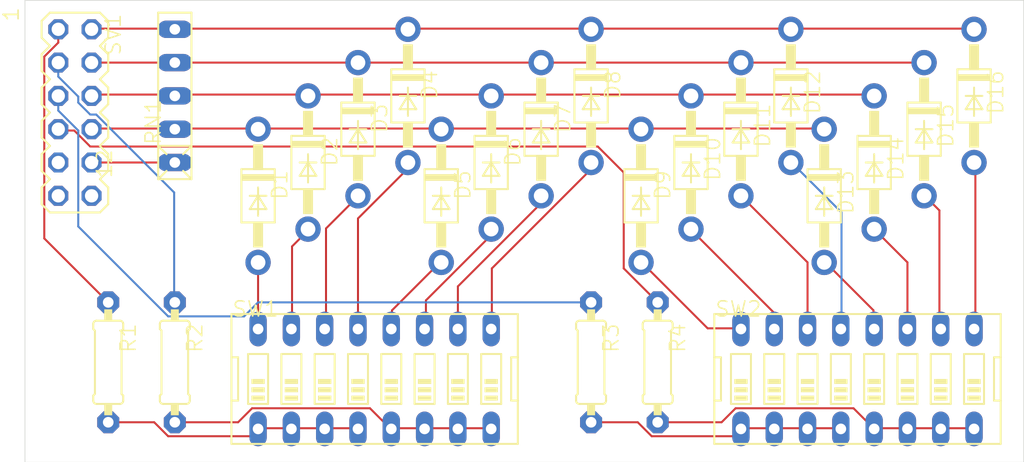
<source format=kicad_pcb>
(kicad_pcb (version 20221018) (generator pcbnew)
  (layers (0 "F.Cu" signal) (31 "B.Cu" signal) (34 "B.Paste" user) (35 "F.Paste" user) (36 "B.SilkS" user "B.Silkscreen") (37 "F.SilkS" user "F.Silkscreen") (38 "B.Mask" user) (39 "F.Mask" user) (44 "Edge.Cuts" user))
  (net 0 "")
  (net 1 "N$1")
  (net 2 "N$2")
  (net 3 "N$3")
  (net 4 "N$4")
  (net 5 "N$6")
  (net 6 "N$7")
  (net 7 "N$8")
  (net 8 "N$9")
  (net 9 "N$10")
  (net 10 "N$11")
  (net 11 "N$12")
  (net 12 "N$13")
  (net 13 "N$14")
  (net 14 "N$15")
  (net 15 "N$16")
  (net 16 "N$17")
  (net 17 "N$18")
  (net 18 "N$19")
  (net 19 "N$20")
  (net 20 "N$21")
  (net 21 "N$22")
  (net 22 "N$23")
  (net 23 "N$24")
  (net 24 "N$5")
  (net 25 "N$26")
  (net 26 "N$25")
  (net 27 "N$27")
  (net 28 "N$28")
  (net 29 "N$29")
  (footprint "0207_9" (layer "F.Cu") (at 153.5911 114.9986 -90)
    (fp_text reference "R3" (at -3.048 -1.524 90) (layer "F.SilkS") (effects (font (size 1.1557 1.1557) (thickness 0.1143)) (justify right)))
    (fp_text value "")
    (pad "1" thru_hole roundrect (at -4.572 0 270) (size 1.6764 1.6764) (drill 0.8128) (layers "*.Cu" "*.Mask") (chamfer_ratio 0.2928932188) (chamfer top_left top_right bottom_left bottom_right) (net 28 "N$28"))
    (pad "2" thru_hole roundrect (at 4.572 0 270) (size 1.6764 1.6764) (drill 0.8128) (layers "*.Cu" "*.Mask") (chamfer_ratio 0.2928932188) (chamfer top_left top_right bottom_left bottom_right) (net 3 "N$3"))
  )
  (footprint "DO41-10" (layer "F.Cu") (at 161.2111 99.7586 -90)
    (fp_text reference "D10" (at -2.032 -1.651 90) (layer "F.SilkS") (effects (font (size 1.1557 1.1557) (thickness 0.1143)) (justify right)))
    (fp_text value "1N4004")
    (pad "A" thru_hole circle (at 5.08 0 270) (size 1.9304 1.9304) (drill 1.1176) (layers "*.Cu" "*.Mask") (net 14 "N$15"))
    (pad "C" thru_hole circle (at -5.08 0 270) (size 1.9304 1.9304) (drill 1.1176) (layers "*.Cu" "*.Mask") (net 22 "N$23"))
  )
  (footprint "DO41-10" (layer "F.Cu") (at 149.7811 97.2186 -90)
    (fp_text reference "D7" (at -2.032 -1.651 90) (layer "F.SilkS") (effects (font (size 1.1557 1.1557) (thickness 0.1143)) (justify right)))
    (fp_text value "1N4004")
    (pad "A" thru_hole circle (at 5.08 0 270) (size 1.9304 1.9304) (drill 1.1176) (layers "*.Cu" "*.Mask") (net 11 "N$12"))
    (pad "C" thru_hole circle (at -5.08 0 270) (size 1.9304 1.9304) (drill 1.1176) (layers "*.Cu" "*.Mask") (net 23 "N$24"))
  )
  (footprint "DO41-10" (layer "F.Cu") (at 178.9911 97.2186 -90)
    (fp_text reference "D15" (at -2.032 -1.651 90) (layer "F.SilkS") (effects (font (size 1.1557 1.1557) (thickness 0.1143)) (justify right)))
    (fp_text value "1N4004")
    (pad "A" thru_hole circle (at 5.08 0 270) (size 1.9304 1.9304) (drill 1.1176) (layers "*.Cu" "*.Mask") (net 19 "N$20"))
    (pad "C" thru_hole circle (at -5.08 0 270) (size 1.9304 1.9304) (drill 1.1176) (layers "*.Cu" "*.Mask") (net 23 "N$24"))
  )
  (footprint "DO41-10" (layer "F.Cu") (at 171.3711 102.2986 -90)
    (fp_text reference "D13" (at -2.032 -1.651 90) (layer "F.SilkS") (effects (font (size 1.1557 1.1557) (thickness 0.1143)) (justify right)))
    (fp_text value "1N4004")
    (pad "A" thru_hole circle (at 5.08 0 270) (size 1.9304 1.9304) (drill 1.1176) (layers "*.Cu" "*.Mask") (net 17 "N$18"))
    (pad "C" thru_hole circle (at -5.08 0 270) (size 1.9304 1.9304) (drill 1.1176) (layers "*.Cu" "*.Mask") (net 21 "N$22"))
  )
  (footprint "DO41-10" (layer "F.Cu") (at 132.0011 99.7586 -90)
    (fp_text reference "D2" (at -2.032 -1.651 90) (layer "F.SilkS") (effects (font (size 1.1557 1.1557) (thickness 0.1143)) (justify right)))
    (fp_text value "1N4004")
    (pad "A" thru_hole circle (at 5.08 0 270) (size 1.9304 1.9304) (drill 1.1176) (layers "*.Cu" "*.Mask") (net 6 "N$7"))
    (pad "C" thru_hole circle (at -5.08 0 270) (size 1.9304 1.9304) (drill 1.1176) (layers "*.Cu" "*.Mask") (net 22 "N$23"))
  )
  (footprint "0207_9" (layer "F.Cu") (at 116.7611 114.9986 -90)
    (fp_text reference "R1" (at -3.048 -1.524 90) (layer "F.SilkS") (effects (font (size 1.1557 1.1557) (thickness 0.1143)) (justify right)))
    (fp_text value "")
    (pad "1" thru_hole roundrect (at -4.572 0 270) (size 1.6764 1.6764) (drill 0.8128) (layers "*.Cu" "*.Mask") (chamfer_ratio 0.2928932188) (chamfer top_left top_right bottom_left bottom_right) (net 26 "N$25"))
    (pad "2" thru_hole roundrect (at 4.572 0 270) (size 1.6764 1.6764) (drill 0.8128) (layers "*.Cu" "*.Mask") (chamfer_ratio 0.2928932188) (chamfer top_left top_right bottom_left bottom_right) (net 1 "N$1"))
  )
  (footprint "DO41-10" (layer "F.Cu") (at 145.9711 99.7586 -90)
    (fp_text reference "D6" (at -2.032 -1.651 90) (layer "F.SilkS") (effects (font (size 1.1557 1.1557) (thickness 0.1143)) (justify right)))
    (fp_text value "1N4004")
    (pad "A" thru_hole circle (at 5.08 0 270) (size 1.9304 1.9304) (drill 1.1176) (layers "*.Cu" "*.Mask") (net 10 "N$11"))
    (pad "C" thru_hole circle (at -5.08 0 270) (size 1.9304 1.9304) (drill 1.1176) (layers "*.Cu" "*.Mask") (net 22 "N$23"))
  )
  (footprint "RN-5" (layer "F.Cu") (at 121.8411 94.6786 90)
    (fp_text reference "RN1" (at -3.81 -1.651 90) (layer "F.SilkS") (effects (font (size 1.1557 1.1557) (thickness 0.1143)) (justify left)))
    (fp_text value "")
    (pad "1" thru_hole oval (at -5.08 0 180) (size 2.6416 1.3208) (drill 0.8128) (layers "*.Cu" "*.Mask") (net 25 "N$26"))
    (pad "2" thru_hole oval (at -2.54 0 180) (size 2.6416 1.3208) (drill 0.8128) (layers "*.Cu" "*.Mask") (net 21 "N$22"))
    (pad "3" thru_hole oval (at 0 0 180) (size 2.6416 1.3208) (drill 0.8128) (layers "*.Cu" "*.Mask") (net 22 "N$23"))
    (pad "4" thru_hole oval (at 2.54 0 180) (size 2.6416 1.3208) (drill 0.8128) (layers "*.Cu" "*.Mask") (net 23 "N$24"))
    (pad "5" thru_hole oval (at 5.08 0 180) (size 2.6416 1.3208) (drill 0.8128) (layers "*.Cu" "*.Mask") (net 24 "N$5"))
  )
  (footprint "DO41-10" (layer "F.Cu") (at 157.4011 102.2986 -90)
    (fp_text reference "D9" (at -2.032 -1.651 90) (layer "F.SilkS") (effects (font (size 1.1557 1.1557) (thickness 0.1143)) (justify right)))
    (fp_text value "1N4004")
    (pad "A" thru_hole circle (at 5.08 0 270) (size 1.9304 1.9304) (drill 1.1176) (layers "*.Cu" "*.Mask") (net 13 "N$14"))
    (pad "C" thru_hole circle (at -5.08 0 270) (size 1.9304 1.9304) (drill 1.1176) (layers "*.Cu" "*.Mask") (net 21 "N$22"))
  )
  (footprint "DO41-10" (layer "F.Cu") (at 135.8111 97.2186 -90)
    (fp_text reference "D3" (at -2.032 -1.651 90) (layer "F.SilkS") (effects (font (size 1.1557 1.1557) (thickness 0.1143)) (justify right)))
    (fp_text value "1N4004")
    (pad "A" thru_hole circle (at 5.08 0 270) (size 1.9304 1.9304) (drill 1.1176) (layers "*.Cu" "*.Mask") (net 7 "N$8"))
    (pad "C" thru_hole circle (at -5.08 0 270) (size 1.9304 1.9304) (drill 1.1176) (layers "*.Cu" "*.Mask") (net 23 "N$24"))
  )
  (footprint "DO41-10" (layer "F.Cu") (at 175.1811 99.7586 -90)
    (fp_text reference "D14" (at -2.032 -1.651 90) (layer "F.SilkS") (effects (font (size 1.1557 1.1557) (thickness 0.1143)) (justify right)))
    (fp_text value "1N4004")
    (pad "A" thru_hole circle (at 5.08 0 270) (size 1.9304 1.9304) (drill 1.1176) (layers "*.Cu" "*.Mask") (net 18 "N$19"))
    (pad "C" thru_hole circle (at -5.08 0 270) (size 1.9304 1.9304) (drill 1.1176) (layers "*.Cu" "*.Mask") (net 22 "N$23"))
  )
  (footprint "EDG-08" (layer "F.Cu") (at 137.0811 116.2686)
    (fp_text reference "SW1" (at -10.922 -5.334) (layer "F.SilkS") (effects (font (size 1.1557 1.1557) (thickness 0.1143)) (justify left)))
    (fp_text value "")
    (pad "1" thru_hole oval (at -8.89 3.81 90) (size 2.6416 1.3208) (drill 0.8128) (layers "*.Cu" "*.Mask") (net 1 "N$1"))
    (pad "2" thru_hole oval (at -6.35 3.81 90) (size 2.6416 1.3208) (drill 0.8128) (layers "*.Cu" "*.Mask") (net 1 "N$1"))
    (pad "3" thru_hole oval (at -3.81 3.81 90) (size 2.6416 1.3208) (drill 0.8128) (layers "*.Cu" "*.Mask") (net 1 "N$1"))
    (pad "4" thru_hole oval (at -1.27 3.81 90) (size 2.6416 1.3208) (drill 0.8128) (layers "*.Cu" "*.Mask") (net 1 "N$1"))
    (pad "5" thru_hole oval (at 1.27 3.81 90) (size 2.6416 1.3208) (drill 0.8128) (layers "*.Cu" "*.Mask") (net 2 "N$2"))
    (pad "6" thru_hole oval (at 3.81 3.81 90) (size 2.6416 1.3208) (drill 0.8128) (layers "*.Cu" "*.Mask") (net 2 "N$2"))
    (pad "7" thru_hole oval (at 6.35 3.81 90) (size 2.6416 1.3208) (drill 0.8128) (layers "*.Cu" "*.Mask") (net 2 "N$2"))
    (pad "8" thru_hole oval (at 8.89 3.81 90) (size 2.6416 1.3208) (drill 0.8128) (layers "*.Cu" "*.Mask") (net 2 "N$2"))
    (pad "9" thru_hole oval (at 8.89 -3.81 90) (size 2.6416 1.3208) (drill 0.8128) (layers "*.Cu" "*.Mask") (net 12 "N$13"))
    (pad "10" thru_hole oval (at 6.35 -3.81 90) (size 2.6416 1.3208) (drill 0.8128) (layers "*.Cu" "*.Mask") (net 11 "N$12"))
    (pad "11" thru_hole oval (at 3.81 -3.81 90) (size 2.6416 1.3208) (drill 0.8128) (layers "*.Cu" "*.Mask") (net 10 "N$11"))
    (pad "12" thru_hole oval (at 1.27 -3.81 90) (size 2.6416 1.3208) (drill 0.8128) (layers "*.Cu" "*.Mask") (net 9 "N$10"))
    (pad "13" thru_hole oval (at -1.27 -3.81 90) (size 2.6416 1.3208) (drill 0.8128) (layers "*.Cu" "*.Mask") (net 8 "N$9"))
    (pad "14" thru_hole oval (at -3.81 -3.81 90) (size 2.6416 1.3208) (drill 0.8128) (layers "*.Cu" "*.Mask") (net 7 "N$8"))
    (pad "15" thru_hole oval (at -6.35 -3.81 90) (size 2.6416 1.3208) (drill 0.8128) (layers "*.Cu" "*.Mask") (net 6 "N$7"))
    (pad "16" thru_hole oval (at -8.89 -3.81 90) (size 2.6416 1.3208) (drill 0.8128) (layers "*.Cu" "*.Mask") (net 5 "N$6"))
  )
  (footprint "DO41-10" (layer "F.Cu") (at 168.8311 94.6786 -90)
    (fp_text reference "D12" (at -2.032 -1.651 90) (layer "F.SilkS") (effects (font (size 1.1557 1.1557) (thickness 0.1143)) (justify right)))
    (fp_text value "1N4004")
    (pad "A" thru_hole circle (at 5.08 0 270) (size 1.9304 1.9304) (drill 1.1176) (layers "*.Cu" "*.Mask") (net 16 "N$17"))
    (pad "C" thru_hole circle (at -5.08 0 270) (size 1.9304 1.9304) (drill 1.1176) (layers "*.Cu" "*.Mask") (net 24 "N$5"))
  )
  (footprint "0207_9" (layer "F.Cu") (at 158.6711 114.9986 -90)
    (fp_text reference "R4" (at -3.048 -1.524 90) (layer "F.SilkS") (effects (font (size 1.1557 1.1557) (thickness 0.1143)) (justify right)))
    (fp_text value "")
    (pad "1" thru_hole roundrect (at -4.572 0 270) (size 1.6764 1.6764) (drill 0.8128) (layers "*.Cu" "*.Mask") (chamfer_ratio 0.2928932188) (chamfer top_left top_right bottom_left bottom_right) (net 29 "N$29"))
    (pad "2" thru_hole roundrect (at 4.572 0 270) (size 1.6764 1.6764) (drill 0.8128) (layers "*.Cu" "*.Mask") (chamfer_ratio 0.2928932188) (chamfer top_left top_right bottom_left bottom_right) (net 4 "N$4"))
  )
  (footprint "MA06-2" (layer "F.Cu") (at 114.2211 95.9486 -90)
    (fp_text reference "SV1" (at -7.62 -2.921 90) (layer "F.SilkS") (effects (font (size 1.1557 1.1557) (thickness 0.1143)) (justify right)))
    (fp_text value "")
    (fp_text user "1" (at -6.858 4.191 -90) (layer "F.SilkS") (effects (font (size 1.143 1.143) (thickness 0.127)) (justify left bottom)))
    (fp_text user "12" (at 5.08 -2.921 -90) (layer "F.SilkS") (effects (font (size 1.143 1.143) (thickness 0.127)) (justify left bottom)))
    (pad "1" thru_hole roundrect (at -6.35 1.27 270) (size 1.524 1.524) (drill 1.016) (layers "*.Cu" "*.Mask") (chamfer_ratio 0.2928932188) (chamfer top_left top_right bottom_left bottom_right) (net 26 "N$25"))
    (pad "2" thru_hole roundrect (at -6.35 -1.27 270) (size 1.524 1.524) (drill 1.016) (layers "*.Cu" "*.Mask") (chamfer_ratio 0.2928932188) (chamfer top_left top_right bottom_left bottom_right) (net 24 "N$5"))
    (pad "3" thru_hole roundrect (at -3.81 1.27 270) (size 1.524 1.524) (drill 1.016) (layers "*.Cu" "*.Mask") (chamfer_ratio 0.2928932188) (chamfer top_left top_right bottom_left bottom_right) (net 27 "N$27"))
    (pad "4" thru_hole roundrect (at -3.81 -1.27 270) (size 1.524 1.524) (drill 1.016) (layers "*.Cu" "*.Mask") (chamfer_ratio 0.2928932188) (chamfer top_left top_right bottom_left bottom_right) (net 23 "N$24"))
    (pad "5" thru_hole roundrect (at -1.27 1.27 270) (size 1.524 1.524) (drill 1.016) (layers "*.Cu" "*.Mask") (chamfer_ratio 0.2928932188) (chamfer top_left top_right bottom_left bottom_right) (net 28 "N$28"))
    (pad "6" thru_hole roundrect (at -1.27 -1.27 270) (size 1.524 1.524) (drill 1.016) (layers "*.Cu" "*.Mask") (chamfer_ratio 0.2928932188) (chamfer top_left top_right bottom_left bottom_right) (net 22 "N$23"))
    (pad "7" thru_hole roundrect (at 1.27 1.27 270) (size 1.524 1.524) (drill 1.016) (layers "*.Cu" "*.Mask") (chamfer_ratio 0.2928932188) (chamfer top_left top_right bottom_left bottom_right) (net 29 "N$29"))
    (pad "8" thru_hole roundrect (at 1.27 -1.27 270) (size 1.524 1.524) (drill 1.016) (layers "*.Cu" "*.Mask") (chamfer_ratio 0.2928932188) (chamfer top_left top_right bottom_left bottom_right) (net 21 "N$22"))
    (pad "9" thru_hole roundrect (at 3.81 1.27 270) (size 1.524 1.524) (drill 1.016) (layers "*.Cu" "*.Mask") (chamfer_ratio 0.2928932188) (chamfer top_left top_right bottom_left bottom_right))
    (pad "10" thru_hole roundrect (at 3.81 -1.27 270) (size 1.524 1.524) (drill 1.016) (layers "*.Cu" "*.Mask") (chamfer_ratio 0.2928932188) (chamfer top_left top_right bottom_left bottom_right) (net 25 "N$26"))
    (pad "11" thru_hole roundrect (at 6.35 1.27 270) (size 1.524 1.524) (drill 1.016) (layers "*.Cu" "*.Mask") (chamfer_ratio 0.2928932188) (chamfer top_left top_right bottom_left bottom_right))
    (pad "12" thru_hole roundrect (at 6.35 -1.27 270) (size 1.524 1.524) (drill 1.016) (layers "*.Cu" "*.Mask") (chamfer_ratio 0.2928932188) (chamfer top_left top_right bottom_left bottom_right))
  )
  (footprint "DO41-10" (layer "F.Cu") (at 128.1911 102.2986 -90)
    (fp_text reference "D1" (at -2.032 -1.651 90) (layer "F.SilkS") (effects (font (size 1.1557 1.1557) (thickness 0.1143)) (justify right)))
    (fp_text value "1N4004")
    (pad "A" thru_hole circle (at 5.08 0 270) (size 1.9304 1.9304) (drill 1.1176) (layers "*.Cu" "*.Mask") (net 5 "N$6"))
    (pad "C" thru_hole circle (at -5.08 0 270) (size 1.9304 1.9304) (drill 1.1176) (layers "*.Cu" "*.Mask") (net 21 "N$22"))
  )
  (footprint "EDG-08" (layer "F.Cu") (at 173.9111 116.2686)
    (fp_text reference "SW2" (at -10.922 -5.334) (layer "F.SilkS") (effects (font (size 1.1557 1.1557) (thickness 0.1143)) (justify left)))
    (fp_text value "")
    (pad "1" thru_hole oval (at -8.89 3.81 90) (size 2.6416 1.3208) (drill 0.8128) (layers "*.Cu" "*.Mask") (net 3 "N$3"))
    (pad "2" thru_hole oval (at -6.35 3.81 90) (size 2.6416 1.3208) (drill 0.8128) (layers "*.Cu" "*.Mask") (net 3 "N$3"))
    (pad "3" thru_hole oval (at -3.81 3.81 90) (size 2.6416 1.3208) (drill 0.8128) (layers "*.Cu" "*.Mask") (net 3 "N$3"))
    (pad "4" thru_hole oval (at -1.27 3.81 90) (size 2.6416 1.3208) (drill 0.8128) (layers "*.Cu" "*.Mask") (net 3 "N$3"))
    (pad "5" thru_hole oval (at 1.27 3.81 90) (size 2.6416 1.3208) (drill 0.8128) (layers "*.Cu" "*.Mask") (net 4 "N$4"))
    (pad "6" thru_hole oval (at 3.81 3.81 90) (size 2.6416 1.3208) (drill 0.8128) (layers "*.Cu" "*.Mask") (net 4 "N$4"))
    (pad "7" thru_hole oval (at 6.35 3.81 90) (size 2.6416 1.3208) (drill 0.8128) (layers "*.Cu" "*.Mask") (net 4 "N$4"))
    (pad "8" thru_hole oval (at 8.89 3.81 90) (size 2.6416 1.3208) (drill 0.8128) (layers "*.Cu" "*.Mask") (net 4 "N$4"))
    (pad "9" thru_hole oval (at 8.89 -3.81 90) (size 2.6416 1.3208) (drill 0.8128) (layers "*.Cu" "*.Mask") (net 20 "N$21"))
    (pad "10" thru_hole oval (at 6.35 -3.81 90) (size 2.6416 1.3208) (drill 0.8128) (layers "*.Cu" "*.Mask") (net 19 "N$20"))
    (pad "11" thru_hole oval (at 3.81 -3.81 90) (size 2.6416 1.3208) (drill 0.8128) (layers "*.Cu" "*.Mask") (net 18 "N$19"))
    (pad "12" thru_hole oval (at 1.27 -3.81 90) (size 2.6416 1.3208) (drill 0.8128) (layers "*.Cu" "*.Mask") (net 17 "N$18"))
    (pad "13" thru_hole oval (at -1.27 -3.81 90) (size 2.6416 1.3208) (drill 0.8128) (layers "*.Cu" "*.Mask") (net 16 "N$17"))
    (pad "14" thru_hole oval (at -3.81 -3.81 90) (size 2.6416 1.3208) (drill 0.8128) (layers "*.Cu" "*.Mask") (net 15 "N$16"))
    (pad "15" thru_hole oval (at -6.35 -3.81 90) (size 2.6416 1.3208) (drill 0.8128) (layers "*.Cu" "*.Mask") (net 14 "N$15"))
    (pad "16" thru_hole oval (at -8.89 -3.81 90) (size 2.6416 1.3208) (drill 0.8128) (layers "*.Cu" "*.Mask") (net 13 "N$14"))
  )
  (footprint "0207_9" (layer "F.Cu") (at 121.8411 114.9986 -90)
    (fp_text reference "R2" (at -3.048 -1.524 90) (layer "F.SilkS") (effects (font (size 1.1557 1.1557) (thickness 0.1143)) (justify right)))
    (fp_text value "")
    (pad "1" thru_hole roundrect (at -4.572 0 270) (size 1.6764 1.6764) (drill 0.8128) (layers "*.Cu" "*.Mask") (chamfer_ratio 0.2928932188) (chamfer top_left top_right bottom_left bottom_right) (net 27 "N$27"))
    (pad "2" thru_hole roundrect (at 4.572 0 270) (size 1.6764 1.6764) (drill 0.8128) (layers "*.Cu" "*.Mask") (chamfer_ratio 0.2928932188) (chamfer top_left top_right bottom_left bottom_right) (net 2 "N$2"))
  )
  (footprint "DO41-10" (layer "F.Cu") (at 182.8011 94.6786 -90)
    (fp_text reference "D16" (at -2.032 -1.651 90) (layer "F.SilkS") (effects (font (size 1.1557 1.1557) (thickness 0.1143)) (justify right)))
    (fp_text value "1N4004")
    (pad "A" thru_hole circle (at 5.08 0 270) (size 1.9304 1.9304) (drill 1.1176) (layers "*.Cu" "*.Mask") (net 20 "N$21"))
    (pad "C" thru_hole circle (at -5.08 0 270) (size 1.9304 1.9304) (drill 1.1176) (layers "*.Cu" "*.Mask") (net 24 "N$5"))
  )
  (footprint "DO41-10" (layer "F.Cu") (at 142.1611 102.2986 -90)
    (fp_text reference "D5" (at -2.032 -1.651 90) (layer "F.SilkS") (effects (font (size 1.1557 1.1557) (thickness 0.1143)) (justify right)))
    (fp_text value "1N4004")
    (pad "A" thru_hole circle (at 5.08 0 270) (size 1.9304 1.9304) (drill 1.1176) (layers "*.Cu" "*.Mask") (net 9 "N$10"))
    (pad "C" thru_hole circle (at -5.08 0 270) (size 1.9304 1.9304) (drill 1.1176) (layers "*.Cu" "*.Mask") (net 21 "N$22"))
  )
  (footprint "DO41-10" (layer "F.Cu") (at 165.0211 97.2186 -90)
    (fp_text reference "D11" (at -2.032 -1.651 90) (layer "F.SilkS") (effects (font (size 1.1557 1.1557) (thickness 0.1143)) (justify right)))
    (fp_text value "1N4004")
    (pad "A" thru_hole circle (at 5.08 0 270) (size 1.9304 1.9304) (drill 1.1176) (layers "*.Cu" "*.Mask") (net 15 "N$16"))
    (pad "C" thru_hole circle (at -5.08 0 270) (size 1.9304 1.9304) (drill 1.1176) (layers "*.Cu" "*.Mask") (net 23 "N$24"))
  )
  (footprint "DO41-10" (layer "F.Cu") (at 153.5911 94.6786 -90)
    (fp_text reference "D8" (at -2.032 -1.651 90) (layer "F.SilkS") (effects (font (size 1.1557 1.1557) (thickness 0.1143)) (justify right)))
    (fp_text value "1N4004")
    (pad "A" thru_hole circle (at 5.08 0 270) (size 1.9304 1.9304) (drill 1.1176) (layers "*.Cu" "*.Mask") (net 12 "N$13"))
    (pad "C" thru_hole circle (at -5.08 0 270) (size 1.9304 1.9304) (drill 1.1176) (layers "*.Cu" "*.Mask") (net 24 "N$5"))
  )
  (footprint "DO41-10" (layer "F.Cu") (at 139.6211 94.6786 -90)
    (fp_text reference "D4" (at -2.032 -1.651 90) (layer "F.SilkS") (effects (font (size 1.1557 1.1557) (thickness 0.1143)) (justify right)))
    (fp_text value "1N4004")
    (pad "A" thru_hole circle (at 5.08 0 270) (size 1.9304 1.9304) (drill 1.1176) (layers "*.Cu" "*.Mask") (net 8 "N$9"))
    (pad "C" thru_hole circle (at -5.08 0 270) (size 1.9304 1.9304) (drill 1.1176) (layers "*.Cu" "*.Mask") (net 24 "N$5"))
  )
  (gr_line (start 186.5911 87.3886) (end 110.4111 87.3886) (stroke (width 0.05)) (layer "Edge.Cuts"))
  (gr_line (start 110.4111 87.3886) (end 110.4111 122.6186) (stroke (width 0.05)) (layer "Edge.Cuts"))
  (gr_line (start 186.5911 122.6186) (end 186.5911 87.3886) (stroke (width 0.05)) (layer "Edge.Cuts"))
  (gr_line (start 110.4111 122.6186) (end 186.5911 122.6186) (stroke (width 0.05)) (layer "Edge.Cuts"))
  (segment (start 128.1911 120.1802) (end 127.7339 120.6374) (width 0.1524) (layer "F.Cu") (net 1))
  (segment (start 135.8111 120.0278) (end 133.3727 120.0278) (width 0.1524) (layer "F.Cu") (net 1))
  (segment (start 135.8111 120.0278) (end 135.8111 120.0786) (width 0.1524) (layer "F.Cu") (net 1))
  (segment (start 121.3331 120.6374) (end 120.2663 119.5706) (width 0.1524) (layer "F.Cu") (net 1))
  (segment (start 130.7819 120.0278) (end 130.7311 120.0786) (width 0.1524) (layer "F.Cu") (net 1))
  (segment (start 120.2663 119.5706) (end 116.7611 119.5706) (width 0.1524) (layer "F.Cu") (net 1))
  (segment (start 130.6295 120.0278) (end 130.7311 120.0786) (width 0.1524) (layer "F.Cu") (net 1))
  (segment (start 128.1911 120.0278) (end 128.1911 120.0786) (width 0.1524) (layer "F.Cu") (net 1))
  (segment (start 133.3727 120.0278) (end 133.2711 120.0786) (width 0.1524) (layer "F.Cu") (net 1))
  (segment (start 128.1911 120.1802) (end 128.1911 120.0786) (width 0.1524) (layer "F.Cu") (net 1))
  (segment (start 130.7819 120.0278) (end 133.2203 120.0278) (width 0.1524) (layer "F.Cu") (net 1))
  (segment (start 127.7339 120.6374) (end 121.3331 120.6374) (width 0.1524) (layer "F.Cu") (net 1))
  (segment (start 133.2203 120.0278) (end 133.2711 120.0786) (width 0.1524) (layer "F.Cu") (net 1))
  (segment (start 130.6295 120.0278) (end 128.1911 120.0278) (width 0.1524) (layer "F.Cu") (net 1))
  (segment (start 136.7255 118.5038) (end 127.7339 118.5038) (width 0.1524) (layer "F.Cu") (net 2))
  (segment (start 143.4311 120.0278) (end 145.8695 120.0278) (width 0.1524) (layer "F.Cu") (net 2))
  (segment (start 140.8403 120.0278) (end 138.4019 120.0278) (width 0.1524) (layer "F.Cu") (net 2))
  (segment (start 143.4311 120.0278) (end 143.4311 120.0786) (width 0.1524) (layer "F.Cu") (net 2))
  (segment (start 140.9927 120.0278) (end 140.8911 120.0786) (width 0.1524) (layer "F.Cu") (net 2))
  (segment (start 145.8695 120.0278) (end 145.9711 120.0786) (width 0.1524) (layer "F.Cu") (net 2))
  (segment (start 138.2495 120.0278) (end 138.3511 120.0786) (width 0.1524) (layer "F.Cu") (net 2))
  (segment (start 126.6671 119.5706) (end 121.8411 119.5706) (width 0.1524) (layer "F.Cu") (net 2))
  (segment (start 140.8403 120.0278) (end 140.8911 120.0786) (width 0.1524) (layer "F.Cu") (net 2))
  (segment (start 138.4019 120.0278) (end 138.3511 120.0786) (width 0.1524) (layer "F.Cu") (net 2))
  (segment (start 140.9927 120.0278) (end 143.4311 120.0278) (width 0.1524) (layer "F.Cu") (net 2))
  (segment (start 138.2495 120.0278) (end 136.7255 118.5038) (width 0.1524) (layer "F.Cu") (net 2))
  (segment (start 127.7339 118.5038) (end 126.6671 119.5706) (width 0.1524) (layer "F.Cu") (net 2))
  (segment (start 158.2139 120.6374) (end 157.1471 119.5706) (width 0.1524) (layer "F.Cu") (net 3))
  (segment (start 170.1011 120.0278) (end 172.5395 120.0278) (width 0.1524) (layer "F.Cu") (net 3))
  (segment (start 167.6627 120.0278) (end 167.5611 120.0786) (width 0.1524) (layer "F.Cu") (net 3))
  (segment (start 167.6627 120.0278) (end 170.1011 120.0278) (width 0.1524) (layer "F.Cu") (net 3))
  (segment (start 167.5103 120.0278) (end 165.0719 120.0278) (width 0.1524) (layer "F.Cu") (net 3))
  (segment (start 157.1471 119.5706) (end 153.5911 119.5706) (width 0.1524) (layer "F.Cu") (net 3))
  (segment (start 165.0719 120.0278) (end 165.0211 120.0786) (width 0.1524) (layer "F.Cu") (net 3))
  (segment (start 172.5395 120.0278) (end 172.6411 120.0786) (width 0.1524) (layer "F.Cu") (net 3))
  (segment (start 167.5103 120.0278) (end 167.5611 120.0786) (width 0.1524) (layer "F.Cu") (net 3))
  (segment (start 165.0211 120.0786) (end 164.4623 120.6374) (width 0.1524) (layer "F.Cu") (net 3))
  (segment (start 164.4623 120.6374) (end 158.2139 120.6374) (width 0.1524) (layer "F.Cu") (net 3))
  (segment (start 170.1011 120.0278) (end 170.1011 120.0786) (width 0.1524) (layer "F.Cu") (net 3))
  (segment (start 175.2827 120.0278) (end 175.1811 120.0786) (width 0.1524) (layer "F.Cu") (net 4))
  (segment (start 177.7211 120.0278) (end 175.2827 120.0278) (width 0.1524) (layer "F.Cu") (net 4))
  (segment (start 180.1595 120.0278) (end 180.2611 120.0786) (width 0.1524) (layer "F.Cu") (net 4))
  (segment (start 164.6147 118.5038) (end 163.5479 119.5706) (width 0.1524) (layer "F.Cu") (net 4))
  (segment (start 182.7503 120.0278) (end 182.8011 120.0786) (width 0.1524) (layer "F.Cu") (net 4))
  (segment (start 180.3119 120.0278) (end 180.2611 120.0786) (width 0.1524) (layer "F.Cu") (net 4))
  (segment (start 175.1811 120.0786) (end 173.6063 118.5038) (width 0.1524) (layer "F.Cu") (net 4))
  (segment (start 173.6063 118.5038) (end 164.6147 118.5038) (width 0.1524) (layer "F.Cu") (net 4))
  (segment (start 182.7503 120.0278) (end 180.3119 120.0278) (width 0.1524) (layer "F.Cu") (net 4))
  (segment (start 177.7211 120.0278) (end 177.7211 120.0786) (width 0.1524) (layer "F.Cu") (net 4))
  (segment (start 163.5479 119.5706) (end 158.6711 119.5706) (width 0.1524) (layer "F.Cu") (net 4))
  (segment (start 177.7211 120.0278) (end 180.1595 120.0278) (width 0.1524) (layer "F.Cu") (net 4))
  (segment (start 128.1911 107.3786) (end 128.1911 112.4586) (width 0.1524) (layer "F.Cu") (net 5))
  (segment (start 130.7819 112.4078) (end 130.7311 112.4586) (width 0.1524) (layer "F.Cu") (net 6))
  (segment (start 132.0011 104.9402) (end 130.7819 106.1594) (width 0.1524) (layer "F.Cu") (net 6))
  (segment (start 130.7819 106.1594) (end 130.7819 112.4078) (width 0.1524) (layer "F.Cu") (net 6))
  (segment (start 132.0011 104.9402) (end 132.0011 104.8386) (width 0.1524) (layer "F.Cu") (net 6))
  (segment (start 133.3727 112.4078) (end 133.2711 112.4586) (width 0.1524) (layer "F.Cu") (net 7))
  (segment (start 135.8111 102.3494) (end 135.8111 102.2986) (width 0.1524) (layer "F.Cu") (net 7))
  (segment (start 135.8111 102.3494) (end 133.3727 104.7878) (width 0.1524) (layer "F.Cu") (net 7))
  (segment (start 133.3727 104.7878) (end 133.3727 112.4078) (width 0.1524) (layer "F.Cu") (net 7))
  (segment (start 139.6211 99.7586) (end 139.6211 100.2158) (width 0.1524) (layer "F.Cu") (net 8))
  (segment (start 139.6211 100.2158) (end 135.8111 104.0258) (width 0.1524) (layer "F.Cu") (net 8))
  (segment (start 135.8111 104.0258) (end 135.8111 112.4586) (width 0.1524) (layer "F.Cu") (net 8))
  (segment (start 138.4019 111.0362) (end 138.4019 112.4078) (width 0.1524) (layer "F.Cu") (net 9))
  (segment (start 142.0595 107.3786) (end 138.4019 111.0362) (width 0.1524) (layer "F.Cu") (net 9))
  (segment (start 138.4019 112.4078) (end 138.3511 112.4586) (width 0.1524) (layer "F.Cu") (net 9))
  (segment (start 142.0595 107.3786) (end 142.1611 107.3786) (width 0.1524) (layer "F.Cu") (net 9))
  (segment (start 145.8695 105.3974) (end 140.9927 110.2742) (width 0.1524) (layer "F.Cu") (net 10))
  (segment (start 140.9927 112.4078) (end 140.8911 112.4586) (width 0.1524) (layer "F.Cu") (net 10))
  (segment (start 145.8695 104.9402) (end 145.9711 104.8386) (width 0.1524) (layer "F.Cu") (net 10))
  (segment (start 145.8695 104.9402) (end 145.8695 105.3974) (width 0.1524) (layer "F.Cu") (net 10))
  (segment (start 140.9927 110.2742) (end 140.9927 112.4078) (width 0.1524) (layer "F.Cu") (net 10))
  (segment (start 143.4311 109.2074) (end 143.4311 112.4586) (width 0.1524) (layer "F.Cu") (net 11))
  (segment (start 149.6795 102.3494) (end 149.6795 102.959) (width 0.1524) (layer "F.Cu") (net 11))
  (segment (start 149.6795 102.959) (end 143.4311 109.2074) (width 0.1524) (layer "F.Cu") (net 11))
  (segment (start 149.6795 102.3494) (end 149.7811 102.2986) (width 0.1524) (layer "F.Cu") (net 11))
  (segment (start 153.4895 100.3682) (end 146.0219 107.8358) (width 0.1524) (layer "F.Cu") (net 12))
  (segment (start 146.0219 112.4078) (end 145.9711 112.4586) (width 0.1524) (layer "F.Cu") (net 12))
  (segment (start 146.0219 107.8358) (end 146.0219 112.4078) (width 0.1524) (layer "F.Cu") (net 12))
  (segment (start 153.4895 99.7586) (end 153.5911 99.7586) (width 0.1524) (layer "F.Cu") (net 12))
  (segment (start 153.4895 99.7586) (end 153.4895 100.3682) (width 0.1524) (layer "F.Cu") (net 12))
  (segment (start 162.4811 112.4078) (end 164.9195 112.4078) (width 0.1524) (layer "F.Cu") (net 13))
  (segment (start 157.4519 107.3786) (end 157.4011 107.3786) (width 0.1524) (layer "F.Cu") (net 13))
  (segment (start 164.9195 112.4078) (end 165.0211 112.4586) (width 0.1524) (layer "F.Cu") (net 13))
  (segment (start 157.4519 107.3786) (end 162.4811 112.4078) (width 0.1524) (layer "F.Cu") (net 13))
  (segment (start 161.2619 104.9402) (end 167.5103 111.1886) (width 0.1524) (layer "F.Cu") (net 14))
  (segment (start 161.2619 104.9402) (end 161.2111 104.8386) (width 0.1524) (layer "F.Cu") (net 14))
  (segment (start 167.5103 112.4078) (end 167.5611 112.4586) (width 0.1524) (layer "F.Cu") (net 14))
  (segment (start 167.5103 111.1886) (end 167.5103 112.4078) (width 0.1524) (layer "F.Cu") (net 14))
  (segment (start 170.1011 107.3786) (end 170.1011 112.4586) (width 0.1524) (layer "F.Cu") (net 15))
  (segment (start 165.0211 102.2986) (end 170.1011 107.3786) (width 0.1524) (layer "F.Cu") (net 15))
  (segment (start 172.6919 112.4078) (end 172.6411 112.4586) (width 0.1524) (layer "B.Cu") (net 16))
  (segment (start 168.8819 99.7586) (end 172.6919 103.5686) (width 0.1524) (layer "B.Cu") (net 16))
  (segment (start 172.6919 103.5686) (end 172.6919 112.4078) (width 0.1524) (layer "B.Cu") (net 16))
  (segment (start 168.8819 99.7586) (end 168.8311 99.7586) (width 0.1524) (layer "B.Cu") (net 16))
  (segment (start 175.1303 112.4078) (end 175.1811 112.4586) (width 0.1524) (layer "F.Cu") (net 17))
  (segment (start 175.1303 111.0362) (end 175.1303 112.4078) (width 0.1524) (layer "F.Cu") (net 17))
  (segment (start 171.4727 107.3786) (end 171.3711 107.3786) (width 0.1524) (layer "F.Cu") (net 17))
  (segment (start 171.4727 107.3786) (end 175.1303 111.0362) (width 0.1524) (layer "F.Cu") (net 17))
  (segment (start 175.1811 104.8386) (end 177.7211 107.3786) (width 0.1524) (layer "F.Cu") (net 18))
  (segment (start 177.7211 107.3786) (end 177.7211 112.4586) (width 0.1524) (layer "F.Cu") (net 18))
  (segment (start 180.1595 103.4162) (end 180.1595 112.4078) (width 0.1524) (layer "F.Cu") (net 19))
  (segment (start 179.0927 102.3494) (end 180.1595 103.4162) (width 0.1524) (layer "F.Cu") (net 19))
  (segment (start 179.0927 102.3494) (end 178.9911 102.2986) (width 0.1524) (layer "F.Cu") (net 19))
  (segment (start 180.1595 112.4078) (end 180.2611 112.4586) (width 0.1524) (layer "F.Cu") (net 19))
  (segment (start 182.9027 112.4078) (end 182.8011 112.4586) (width 0.1524) (layer "F.Cu") (net 20))
  (segment (start 182.9027 99.7586) (end 182.8011 99.7586) (width 0.1524) (layer "F.Cu") (net 20))
  (segment (start 182.9027 99.7586) (end 182.9027 112.4078) (width 0.1524) (layer "F.Cu") (net 20))
  (segment (start 121.9427 97.1678) (end 128.1911 97.1678) (width 0.1524) (layer "F.Cu") (net 21))
  (segment (start 142.2119 97.1678) (end 157.2995 97.1678) (width 0.1524) (layer "F.Cu") (net 21))
  (segment (start 157.4519 97.1678) (end 157.4011 97.2186) (width 0.1524) (layer "F.Cu") (net 21))
  (segment (start 121.9427 97.1678) (end 121.8411 97.2186) (width 0.1524) (layer "F.Cu") (net 21))
  (segment (start 157.2995 97.1678) (end 157.4011 97.2186) (width 0.1524) (layer "F.Cu") (net 21))
  (segment (start 128.1911 97.1678) (end 128.1911 97.2186) (width 0.1524) (layer "F.Cu") (net 21))
  (segment (start 142.2119 97.1678) (end 142.1611 97.2186) (width 0.1524) (layer "F.Cu") (net 21))
  (segment (start 121.7903 97.1678) (end 121.8411 97.2186) (width 0.1524) (layer "F.Cu") (net 21))
  (segment (start 128.1911 97.1678) (end 142.0595 97.1678) (width 0.1524) (layer "F.Cu") (net 21))
  (segment (start 171.3203 97.1678) (end 157.4519 97.1678) (width 0.1524) (layer "F.Cu") (net 21))
  (segment (start 142.0595 97.1678) (end 142.1611 97.2186) (width 0.1524) (layer "F.Cu") (net 21))
  (segment (start 115.5419 97.1678) (end 121.7903 97.1678) (width 0.1524) (layer "F.Cu") (net 21))
  (segment (start 171.3203 97.1678) (end 171.3711 97.2186) (width 0.1524) (layer "F.Cu") (net 21))
  (segment (start 115.5419 97.1678) (end 115.4911 97.2186) (width 0.1524) (layer "F.Cu") (net 21))
  (segment (start 115.5419 94.577) (end 121.7903 94.577) (width 0.1524) (layer "F.Cu") (net 22))
  (segment (start 121.9427 94.577) (end 132.0011 94.577) (width 0.1524) (layer "F.Cu") (net 22))
  (segment (start 132.0011 94.577) (end 145.8695 94.577) (width 0.1524) (layer "F.Cu") (net 22))
  (segment (start 115.5419 94.577) (end 115.4911 94.6786) (width 0.1524) (layer "F.Cu") (net 22))
  (segment (start 161.2619 94.577) (end 161.2111 94.6786) (width 0.1524) (layer "F.Cu") (net 22))
  (segment (start 146.0219 94.577) (end 161.1095 94.577) (width 0.1524) (layer "F.Cu") (net 22))
  (segment (start 146.0219 94.577) (end 145.9711 94.6786) (width 0.1524) (layer "F.Cu") (net 22))
  (segment (start 175.1303 94.577) (end 175.1811 94.6786) (width 0.1524) (layer "F.Cu") (net 22))
  (segment (start 175.1303 94.577) (end 161.2619 94.577) (width 0.1524) (layer "F.Cu") (net 22))
  (segment (start 121.7903 94.577) (end 121.8411 94.6786) (width 0.1524) (layer "F.Cu") (net 22))
  (segment (start 161.1095 94.577) (end 161.2111 94.6786) (width 0.1524) (layer "F.Cu") (net 22))
  (segment (start 121.9427 94.577) (end 121.8411 94.6786) (width 0.1524) (layer "F.Cu") (net 22))
  (segment (start 145.8695 94.577) (end 145.9711 94.6786) (width 0.1524) (layer "F.Cu") (net 22))
  (segment (start 132.0011 94.577) (end 132.0011 94.6786) (width 0.1524) (layer "F.Cu") (net 22))
  (segment (start 121.8411 92.1386) (end 135.8111 92.1386) (width 0.1524) (layer "F.Cu") (net 23))
  (segment (start 135.8111 92.1386) (end 149.7811 92.1386) (width 0.1524) (layer "F.Cu") (net 23))
  (segment (start 178.9911 92.1386) (end 165.0211 92.1386) (width 0.1524) (layer "F.Cu") (net 23))
  (segment (start 149.7811 92.1386) (end 165.0211 92.1386) (width 0.1524) (layer "F.Cu") (net 23))
  (segment (start 115.4911 92.1386) (end 121.8411 92.1386) (width 0.1524) (layer "F.Cu") (net 23))
  (segment (start 121.7903 89.5478) (end 121.8411 89.5986) (width 0.1524) (layer "F.Cu") (net 24))
  (segment (start 153.4895 89.5478) (end 153.5911 89.5986) (width 0.1524) (layer "F.Cu") (net 24))
  (segment (start 168.7295 89.5478) (end 168.8311 89.5986) (width 0.1524) (layer "F.Cu") (net 24))
  (segment (start 139.6211 89.5478) (end 139.6211 89.5986) (width 0.1524) (layer "F.Cu") (net 24))
  (segment (start 182.7503 89.5478) (end 168.8819 89.5478) (width 0.1524) (layer "F.Cu") (net 24))
  (segment (start 115.5419 89.5478) (end 115.4911 89.5986) (width 0.1524) (layer "F.Cu") (net 24))
  (segment (start 121.9427 89.5478) (end 121.8411 89.5986) (width 0.1524) (layer "F.Cu") (net 24))
  (segment (start 115.5419 89.5478) (end 121.7903 89.5478) (width 0.1524) (layer "F.Cu") (net 24))
  (segment (start 153.4895 89.5478) (end 139.6211 89.5478) (width 0.1524) (layer "F.Cu") (net 24))
  (segment (start 139.6211 89.5478) (end 121.9427 89.5478) (width 0.1524) (layer "F.Cu") (net 24))
  (segment (start 153.6419 89.5478) (end 168.7295 89.5478) (width 0.1524) (layer "F.Cu") (net 24))
  (segment (start 168.8819 89.5478) (end 168.8311 89.5986) (width 0.1524) (layer "F.Cu") (net 24))
  (segment (start 182.7503 89.5478) (end 182.8011 89.5986) (width 0.1524) (layer "F.Cu") (net 24))
  (segment (start 153.6419 89.5478) (end 153.5911 89.5986) (width 0.1524) (layer "F.Cu") (net 24))
  (segment (start 115.4911 99.7586) (end 121.8411 99.7586) (width 0.1524) (layer "F.Cu") (net 25))
  (segment (start 112.9511 90.6146) (end 112.9511 89.5986) (width 0.1524) (layer "F.Cu") (net 26))
  (segment (start 111.8843 91.6814) (end 112.9511 90.6146) (width 0.1524) (layer "F.Cu") (net 26))
  (segment (start 116.7611 110.4266) (end 111.8843 105.5498) (width 0.1524) (layer "F.Cu") (net 26))
  (segment (start 111.8843 105.5498) (end 111.8843 91.6814) (width 0.1524) (layer "F.Cu") (net 26))
  (segment (start 114.4751 94.7294) (end 112.9511 93.2054) (width 0.1524) (layer "B.Cu") (net 27))
  (segment (start 115.3895 96.101) (end 114.4751 95.1866) (width 0.1524) (layer "B.Cu") (net 27))
  (segment (start 114.4751 95.1866) (end 114.4751 94.7294) (width 0.1524) (layer "B.Cu") (net 27))
  (segment (start 112.9511 93.2054) (end 112.9511 92.1386) (width 0.1524) (layer "B.Cu") (net 27))
  (segment (start 115.8467 96.101) (end 115.3895 96.101) (width 0.1524) (layer "B.Cu") (net 27))
  (segment (start 121.7903 102.0446) (end 115.8467 96.101) (width 0.1524) (layer "B.Cu") (net 27))
  (segment (start 121.7903 110.4266) (end 121.8411 110.4266) (width 0.1524) (layer "B.Cu") (net 27))
  (segment (start 121.7903 110.4266) (end 121.7903 102.0446) (width 0.1524) (layer "B.Cu") (net 27))
  (segment (start 114.4751 97.3202) (end 112.9511 95.7962) (width 0.1524) (layer "B.Cu") (net 28))
  (segment (start 128.1911 110.4266) (end 127.1243 111.4934) (width 0.1524) (layer "B.Cu") (net 28))
  (segment (start 112.9511 95.7962) (end 112.9511 94.6786) (width 0.1524) (layer "B.Cu") (net 28))
  (segment (start 114.4751 104.6354) (end 114.4751 97.3202) (width 0.1524) (layer "B.Cu") (net 28))
  (segment (start 153.5911 110.4266) (end 128.1911 110.4266) (width 0.1524) (layer "B.Cu") (net 28))
  (segment (start 121.3331 111.4934) (end 114.4751 104.6354) (width 0.1524) (layer "B.Cu") (net 28))
  (segment (start 127.1243 111.4934) (end 121.3331 111.4934) (width 0.1524) (layer "B.Cu") (net 28))
  (segment (start 156.0803 107.8358) (end 156.0803 100.5206) (width 0.1524) (layer "F.Cu") (net 29))
  (segment (start 158.6711 110.4266) (end 156.0803 107.8358) (width 0.1524) (layer "F.Cu") (net 29))
  (segment (start 112.9511 97.3202) (end 112.9511 97.2186) (width 0.1524) (layer "F.Cu") (net 29))
  (segment (start 115.3895 98.5394) (end 114.1703 97.3202) (width 0.1524) (layer "F.Cu") (net 29))
  (segment (start 156.0803 100.5206) (end 154.0991 98.5394) (width 0.1524) (layer "F.Cu") (net 29))
  (segment (start 114.1703 97.3202) (end 112.9511 97.3202) (width 0.1524) (layer "F.Cu") (net 29))
  (segment (start 154.0991 98.5394) (end 115.3895 98.5394) (width 0.1524) (layer "F.Cu") (net 29))
)
</source>
